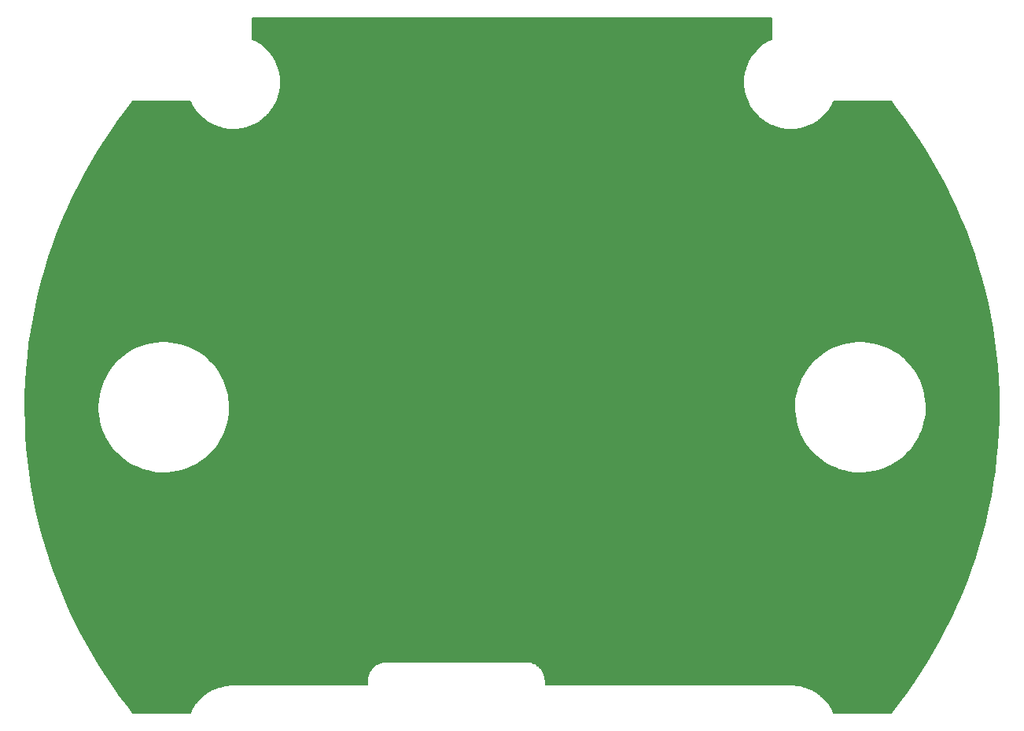
<source format=gbl>
%TF.GenerationSoftware,KiCad,Pcbnew,(5.99.0-2407-g46ade4960)*%
%TF.CreationDate,2020-08-17T15:41:34+03:00*%
%TF.ProjectId,gateway-expansion-a1,67617465-7761-4792-9d65-7870616e7369,rev?*%
%TF.SameCoordinates,Original*%
%TF.FileFunction,Copper,L2,Bot*%
%TF.FilePolarity,Positive*%
%FSLAX46Y46*%
G04 Gerber Fmt 4.6, Leading zero omitted, Abs format (unit mm)*
G04 Created by KiCad (PCBNEW (5.99.0-2407-g46ade4960)) date 2020-08-17 15:41:34*
%MOMM*%
%LPD*%
G01*
G04 APERTURE LIST*
%TA.AperFunction,ViaPad*%
%ADD10C,0.800000*%
%TD*%
%TA.AperFunction,Conductor*%
%ADD11C,0.200000*%
%TD*%
G04 APERTURE END LIST*
D10*
%TO.N,GND*%
X190000000Y-125000000D03*
X190000000Y-75000000D03*
X110000000Y-75000000D03*
X110000000Y-125000000D03*
%TD*%
%TO.N,GND*%
D11*
X177901004Y-60352817D02*
X177706110Y-60441430D01*
X177701656Y-60443734D01*
X177697644Y-60446075D01*
X177614217Y-60488859D01*
X177611942Y-60490101D01*
X177264698Y-60691798D01*
X177260498Y-60694530D01*
X177256728Y-60697263D01*
X177177969Y-60748118D01*
X177175830Y-60749580D01*
X176850331Y-60984768D01*
X176846419Y-60987908D01*
X176842941Y-60991002D01*
X176769624Y-61049427D01*
X176767640Y-61051094D01*
X176467111Y-61317447D01*
X176463530Y-61320960D01*
X176460369Y-61324392D01*
X176393229Y-61389798D01*
X176391421Y-61391654D01*
X176118833Y-61686536D01*
X176115623Y-61690382D01*
X176112812Y-61694118D01*
X176052496Y-61765874D01*
X176050881Y-61767900D01*
X175808927Y-62088401D01*
X175806110Y-62092554D01*
X175803688Y-62096547D01*
X175750802Y-62173930D01*
X175749396Y-62176107D01*
X175540471Y-62519054D01*
X175538081Y-62523464D01*
X175536070Y-62527673D01*
X175491129Y-62609928D01*
X175489946Y-62612235D01*
X175316115Y-62974237D01*
X175314176Y-62978861D01*
X175312600Y-62983226D01*
X175276039Y-63069570D01*
X175275091Y-63071982D01*
X175138074Y-63449459D01*
X175136604Y-63454254D01*
X175135465Y-63458774D01*
X175107668Y-63548296D01*
X175106964Y-63550791D01*
X175008115Y-63940006D01*
X175007129Y-63944920D01*
X175006444Y-63949535D01*
X174987674Y-64041381D01*
X174987222Y-64043933D01*
X174927520Y-64441042D01*
X174927026Y-64446028D01*
X174926802Y-64450694D01*
X174917247Y-64543942D01*
X174917051Y-64546526D01*
X174897084Y-64947602D01*
X174897088Y-64952612D01*
X174897612Y-64962791D01*
X174896610Y-65039463D01*
X174896643Y-65042055D01*
X174909124Y-65359689D01*
X174909573Y-65364679D01*
X174911000Y-65374773D01*
X174916816Y-65451227D01*
X174917081Y-65453806D01*
X174968454Y-65852081D01*
X174969347Y-65857017D01*
X174970408Y-65861554D01*
X174986766Y-65953856D01*
X174987285Y-65956396D01*
X175077960Y-66347595D01*
X175079336Y-66352410D01*
X175080836Y-66356805D01*
X175106290Y-66447054D01*
X175107058Y-66449530D01*
X175236141Y-66829792D01*
X175237992Y-66834454D01*
X175239917Y-66838668D01*
X175274208Y-66925941D01*
X175275219Y-66928327D01*
X175441430Y-67293890D01*
X175443734Y-67298344D01*
X175446075Y-67302356D01*
X175488859Y-67385783D01*
X175490101Y-67388058D01*
X175691797Y-67735303D01*
X175694531Y-67739505D01*
X175697272Y-67743285D01*
X175748118Y-67822031D01*
X175749580Y-67824170D01*
X175984768Y-68149668D01*
X175987907Y-68153580D01*
X175991001Y-68157058D01*
X176049425Y-68230376D01*
X176051093Y-68232360D01*
X176317447Y-68532889D01*
X176320961Y-68536470D01*
X176324388Y-68539627D01*
X176389796Y-68606770D01*
X176391653Y-68608579D01*
X176686535Y-68881166D01*
X176690379Y-68884375D01*
X176694100Y-68887174D01*
X176765873Y-68947505D01*
X176767900Y-68949120D01*
X177088399Y-69191071D01*
X177092545Y-69193883D01*
X177096517Y-69196293D01*
X177173929Y-69249199D01*
X177176106Y-69250604D01*
X177519051Y-69459528D01*
X177523455Y-69461914D01*
X177527667Y-69463928D01*
X177609931Y-69508872D01*
X177612236Y-69510054D01*
X177974237Y-69683885D01*
X177978861Y-69685824D01*
X177983226Y-69687400D01*
X178069570Y-69723961D01*
X178071982Y-69724909D01*
X178449459Y-69861925D01*
X178454251Y-69863395D01*
X178458771Y-69864535D01*
X178548295Y-69892332D01*
X178550790Y-69893036D01*
X178940006Y-69991885D01*
X178944920Y-69992871D01*
X178949535Y-69993556D01*
X179041381Y-70012326D01*
X179043933Y-70012778D01*
X179441042Y-70072480D01*
X179446027Y-70072973D01*
X179450687Y-70073198D01*
X179543942Y-70082753D01*
X179546526Y-70082949D01*
X179947601Y-70102916D01*
X179952611Y-70102912D01*
X179955445Y-70102766D01*
X179971548Y-70102766D01*
X179997495Y-70104093D01*
X180000086Y-70104158D01*
X180014277Y-70104140D01*
X180019281Y-70103880D01*
X180030108Y-70102767D01*
X180064271Y-70102767D01*
X180066862Y-70102699D01*
X180467884Y-70081690D01*
X180472869Y-70081175D01*
X180477450Y-70080466D01*
X180570757Y-70071154D01*
X180573328Y-70070829D01*
X180970282Y-70010095D01*
X180975192Y-70009087D01*
X180979705Y-70007920D01*
X181071600Y-69989393D01*
X181074126Y-69988815D01*
X181463086Y-69888956D01*
X181467874Y-69887464D01*
X181472248Y-69885855D01*
X181561850Y-69858292D01*
X181564306Y-69857465D01*
X181941422Y-69719468D01*
X181946032Y-69717512D01*
X181950245Y-69715467D01*
X182036649Y-69679148D01*
X182039011Y-69678081D01*
X182400561Y-69503310D01*
X182404962Y-69500900D01*
X182408923Y-69498463D01*
X182491309Y-69453734D01*
X182493553Y-69452438D01*
X182835956Y-69242624D01*
X182840092Y-69239792D01*
X182843792Y-69236973D01*
X182921337Y-69184275D01*
X182923442Y-69182763D01*
X183243310Y-68939980D01*
X183247142Y-68936754D01*
X183250553Y-68933574D01*
X183322474Y-68873440D01*
X183324418Y-68871726D01*
X183618592Y-68598374D01*
X183622085Y-68594782D01*
X183625160Y-68591283D01*
X183690755Y-68524301D01*
X183692519Y-68522402D01*
X183958091Y-68221182D01*
X183961214Y-68217256D01*
X183963914Y-68213484D01*
X184022540Y-68140309D01*
X184024107Y-68138244D01*
X184258447Y-67812138D01*
X184261162Y-67807927D01*
X184263490Y-67803878D01*
X184314543Y-67725267D01*
X184315897Y-67723057D01*
X184516690Y-67375292D01*
X184518972Y-67370834D01*
X184520881Y-67366588D01*
X184563886Y-67283269D01*
X184565014Y-67280935D01*
X184647164Y-67099001D01*
X190773324Y-67098998D01*
X191394064Y-67877645D01*
X192220698Y-68972158D01*
X193018462Y-70088026D01*
X193786716Y-71224356D01*
X194524983Y-72380438D01*
X195232722Y-73555432D01*
X195909444Y-74748520D01*
X196554707Y-75958920D01*
X197168105Y-77185878D01*
X197749128Y-78428374D01*
X198297454Y-79685712D01*
X198812663Y-80956938D01*
X199294437Y-82241261D01*
X199742392Y-83537658D01*
X200156312Y-84845509D01*
X200535801Y-86163560D01*
X200880693Y-87491228D01*
X201190689Y-88827374D01*
X201465617Y-90171238D01*
X201705263Y-91521789D01*
X201909480Y-92878197D01*
X202078118Y-94239470D01*
X202211069Y-95604725D01*
X202308232Y-96972926D01*
X202369546Y-98343233D01*
X202395076Y-99720374D01*
X202395822Y-99994370D01*
X202377793Y-101371572D01*
X202323941Y-102742187D01*
X202234230Y-104110925D01*
X202108720Y-105476835D01*
X201947491Y-106839049D01*
X201750673Y-108196474D01*
X201518376Y-109548371D01*
X201250773Y-110893702D01*
X200948049Y-112231548D01*
X200610414Y-113560993D01*
X200238073Y-114881212D01*
X199831312Y-116191198D01*
X199390419Y-117490025D01*
X198915639Y-118776971D01*
X198407366Y-120050973D01*
X197865901Y-121311262D01*
X197291635Y-122556944D01*
X196684952Y-123787177D01*
X196046269Y-125001113D01*
X195376063Y-126197852D01*
X194674732Y-127376683D01*
X193942776Y-128536762D01*
X193180710Y-129677277D01*
X192389036Y-130797469D01*
X191568331Y-131896527D01*
X190776467Y-132901000D01*
X184647181Y-132901000D01*
X184558570Y-132706110D01*
X184556266Y-132701656D01*
X184553925Y-132697644D01*
X184511141Y-132614217D01*
X184509899Y-132611942D01*
X184308202Y-132264698D01*
X184305470Y-132260498D01*
X184302737Y-132256728D01*
X184251882Y-132177969D01*
X184250420Y-132175830D01*
X184015232Y-131850331D01*
X184012092Y-131846419D01*
X184008998Y-131842941D01*
X183950573Y-131769624D01*
X183948906Y-131767640D01*
X183682553Y-131467111D01*
X183679040Y-131463530D01*
X183675608Y-131460369D01*
X183610202Y-131393229D01*
X183608346Y-131391421D01*
X183313464Y-131118833D01*
X183309618Y-131115623D01*
X183305882Y-131112812D01*
X183234126Y-131052496D01*
X183232100Y-131050881D01*
X182911599Y-130808927D01*
X182907446Y-130806110D01*
X182903453Y-130803688D01*
X182826070Y-130750802D01*
X182823893Y-130749396D01*
X182480946Y-130540471D01*
X182476536Y-130538081D01*
X182472327Y-130536070D01*
X182390072Y-130491129D01*
X182387765Y-130489946D01*
X182025763Y-130316115D01*
X182021139Y-130314176D01*
X182016774Y-130312600D01*
X181930430Y-130276039D01*
X181928018Y-130275091D01*
X181550541Y-130138074D01*
X181545746Y-130136604D01*
X181541226Y-130135465D01*
X181451704Y-130107668D01*
X181449209Y-130106964D01*
X181059994Y-130008115D01*
X181055080Y-130007129D01*
X181050465Y-130006444D01*
X180958619Y-129987674D01*
X180956067Y-129987222D01*
X180558958Y-129927520D01*
X180553972Y-129927026D01*
X180549306Y-129926802D01*
X180456058Y-129917247D01*
X180453474Y-129917051D01*
X180052398Y-129897084D01*
X180047386Y-129897088D01*
X179971472Y-129901000D01*
X153599000Y-129901000D01*
X153599000Y-129571157D01*
X153603431Y-129537042D01*
X153603829Y-129529445D01*
X153601133Y-129419168D01*
X153601002Y-129416579D01*
X153588938Y-129259803D01*
X153588301Y-129254832D01*
X153582456Y-129222351D01*
X153580780Y-129188074D01*
X153579827Y-129180528D01*
X153557645Y-129072470D01*
X153557058Y-129069945D01*
X153505154Y-128870680D01*
X153503646Y-128865900D01*
X153487444Y-128822333D01*
X153475559Y-128776044D01*
X153473108Y-128768843D01*
X153429651Y-128667452D01*
X153428568Y-128665098D01*
X153337655Y-128480339D01*
X153335217Y-128475960D01*
X153310586Y-128436543D01*
X153289640Y-128393594D01*
X153285790Y-128387032D01*
X153222834Y-128296451D01*
X153221300Y-128294362D01*
X153095094Y-128131657D01*
X153091825Y-128127857D01*
X153059767Y-128094194D01*
X153030609Y-128056331D01*
X153025519Y-128050677D01*
X152949564Y-127978347D01*
X152948996Y-127977708D01*
X152941681Y-127970977D01*
X152940284Y-127969929D01*
X152787367Y-127838864D01*
X152783401Y-127835799D01*
X152745230Y-127809270D01*
X152709058Y-127778047D01*
X152702936Y-127773533D01*
X152609386Y-127715076D01*
X152607153Y-127713761D01*
X152427055Y-127613932D01*
X152422554Y-127611727D01*
X152379826Y-127593414D01*
X152338117Y-127570103D01*
X152331212Y-127566913D01*
X152305279Y-127557268D01*
X152305741Y-127554420D01*
X152225403Y-127527641D01*
X152224552Y-127527366D01*
X152028875Y-127466045D01*
X152024023Y-127464790D01*
X151978491Y-127455443D01*
X151932940Y-127440994D01*
X151925535Y-127439257D01*
X151816522Y-127422381D01*
X151813951Y-127422052D01*
X151609091Y-127401243D01*
X151604085Y-127400989D01*
X151393371Y-127400988D01*
X151393254Y-127401000D01*
X136571157Y-127401000D01*
X136537042Y-127396569D01*
X136529445Y-127396171D01*
X136419168Y-127398867D01*
X136416579Y-127398998D01*
X136259803Y-127411062D01*
X136254832Y-127411699D01*
X136222351Y-127417544D01*
X136188074Y-127419220D01*
X136180528Y-127420173D01*
X136072470Y-127442355D01*
X136069945Y-127442942D01*
X135870680Y-127494846D01*
X135865900Y-127496354D01*
X135822333Y-127512556D01*
X135776044Y-127524441D01*
X135768843Y-127526892D01*
X135667452Y-127570349D01*
X135665098Y-127571432D01*
X135480339Y-127662345D01*
X135475960Y-127664783D01*
X135436543Y-127689414D01*
X135393594Y-127710360D01*
X135387032Y-127714210D01*
X135296451Y-127777166D01*
X135294362Y-127778700D01*
X135131657Y-127904906D01*
X135127857Y-127908175D01*
X135094194Y-127940233D01*
X135056331Y-127969391D01*
X135050677Y-127974481D01*
X134978350Y-128050433D01*
X134976678Y-128051919D01*
X134973500Y-128055571D01*
X134973261Y-128055829D01*
X134972319Y-128056928D01*
X134968343Y-128061497D01*
X134968133Y-128061811D01*
X134838864Y-128212633D01*
X134835799Y-128216599D01*
X134809270Y-128254770D01*
X134778047Y-128290942D01*
X134773533Y-128297064D01*
X134715076Y-128390614D01*
X134713761Y-128392847D01*
X134613932Y-128572945D01*
X134611727Y-128577446D01*
X134593414Y-128620174D01*
X134570103Y-128661883D01*
X134566913Y-128668788D01*
X134527956Y-128773539D01*
X134527234Y-128775870D01*
X134466045Y-128971125D01*
X134464790Y-128975977D01*
X134455443Y-129021509D01*
X134440994Y-129067060D01*
X134439257Y-129074465D01*
X134422381Y-129183478D01*
X134422052Y-129186049D01*
X134401243Y-129390909D01*
X134400989Y-129395915D01*
X134400988Y-129606616D01*
X134401001Y-129606743D01*
X134401001Y-129901000D01*
X120102090Y-129901000D01*
X120060406Y-129898868D01*
X120053624Y-129897818D01*
X120046040Y-129897234D01*
X120028450Y-129897234D01*
X120002505Y-129895907D01*
X119999914Y-129895842D01*
X119985722Y-129895860D01*
X119980715Y-129896120D01*
X119969900Y-129897233D01*
X119935730Y-129897232D01*
X119933139Y-129897300D01*
X119532116Y-129918310D01*
X119527132Y-129918825D01*
X119522551Y-129919534D01*
X119429243Y-129928846D01*
X119426672Y-129929171D01*
X119029718Y-129989905D01*
X119024808Y-129990913D01*
X119020295Y-129992080D01*
X118928401Y-130010607D01*
X118925875Y-130011185D01*
X118536914Y-130111044D01*
X118532126Y-130112536D01*
X118527752Y-130114145D01*
X118438150Y-130141708D01*
X118435694Y-130142535D01*
X118058576Y-130280532D01*
X118053962Y-130282491D01*
X118049745Y-130284538D01*
X117963351Y-130320852D01*
X117960989Y-130321919D01*
X117599440Y-130496689D01*
X117595039Y-130499099D01*
X117591058Y-130501548D01*
X117508692Y-130546266D01*
X117506447Y-130547562D01*
X117164044Y-130757376D01*
X117159908Y-130760208D01*
X117156208Y-130763027D01*
X117078663Y-130815725D01*
X117076558Y-130817237D01*
X116756690Y-131060020D01*
X116752858Y-131063246D01*
X116749447Y-131066426D01*
X116677526Y-131126560D01*
X116675582Y-131128274D01*
X116381408Y-131401626D01*
X116377914Y-131405219D01*
X116374831Y-131408728D01*
X116309245Y-131475699D01*
X116307480Y-131477598D01*
X116041908Y-131778818D01*
X116038786Y-131782744D01*
X116036086Y-131786516D01*
X115977460Y-131859691D01*
X115975893Y-131861756D01*
X115741552Y-132187863D01*
X115738835Y-132192078D01*
X115736526Y-132196095D01*
X115685457Y-132274733D01*
X115684103Y-132276943D01*
X115483309Y-132624709D01*
X115481027Y-132629168D01*
X115479114Y-132633424D01*
X115436114Y-132716731D01*
X115434986Y-132719064D01*
X115352835Y-132901000D01*
X109226672Y-132901000D01*
X108605971Y-132122404D01*
X107779301Y-131027843D01*
X106981537Y-129911975D01*
X106213277Y-128775636D01*
X105475016Y-127619563D01*
X104767287Y-126444585D01*
X104090555Y-125251480D01*
X103445283Y-124041065D01*
X102831893Y-122814122D01*
X102250864Y-121571612D01*
X101702545Y-120314289D01*
X101187335Y-119043062D01*
X100705565Y-117758750D01*
X100257603Y-116462331D01*
X99843689Y-115154501D01*
X99464194Y-113836431D01*
X99119315Y-112508808D01*
X98809307Y-111172618D01*
X98534382Y-109828763D01*
X98294737Y-108478216D01*
X98090518Y-107121803D01*
X97921879Y-105760525D01*
X97788929Y-104395278D01*
X97691766Y-103027074D01*
X97630452Y-101656766D01*
X97604922Y-100279626D01*
X97604177Y-100005692D01*
X97606742Y-99809698D01*
X105398532Y-99809698D01*
X105401496Y-100092754D01*
X105404075Y-100338982D01*
X105404253Y-100342693D01*
X105449465Y-100870071D01*
X105449922Y-100873758D01*
X105534549Y-101396262D01*
X105535280Y-101399905D01*
X105658845Y-101914592D01*
X105659847Y-101918170D01*
X105821656Y-102422145D01*
X105822924Y-102425637D01*
X106022064Y-102916060D01*
X106023590Y-102919448D01*
X106258941Y-103393559D01*
X106260716Y-103396822D01*
X106530953Y-103851953D01*
X106532968Y-103855074D01*
X106836571Y-104288662D01*
X106838814Y-104291623D01*
X107174070Y-104701227D01*
X107176530Y-104704012D01*
X107541554Y-105087325D01*
X107544215Y-105089917D01*
X107936952Y-105444783D01*
X107939800Y-105447169D01*
X108358040Y-105771588D01*
X108361059Y-105773753D01*
X108802445Y-106065901D01*
X108805618Y-106067834D01*
X109267667Y-106326064D01*
X109270976Y-106327753D01*
X109751085Y-106550613D01*
X109754512Y-106552049D01*
X110249980Y-106738283D01*
X110253504Y-106739459D01*
X110761541Y-106888020D01*
X110765144Y-106888928D01*
X111282890Y-106998979D01*
X111286550Y-106999614D01*
X111811090Y-107070535D01*
X111814788Y-107070895D01*
X112343169Y-107102286D01*
X112346884Y-107102367D01*
X112876132Y-107094053D01*
X112879842Y-107093855D01*
X113406976Y-107045882D01*
X113410661Y-107045407D01*
X113932714Y-106958045D01*
X113936353Y-106957294D01*
X114450386Y-106831036D01*
X114453958Y-106830015D01*
X114957079Y-106665570D01*
X114960564Y-106664284D01*
X115449938Y-106462579D01*
X115453318Y-106461035D01*
X115926190Y-106223205D01*
X115929444Y-106221412D01*
X116383154Y-105948796D01*
X116386265Y-105946764D01*
X116818257Y-105640897D01*
X116821207Y-105638638D01*
X117229048Y-105301242D01*
X117231820Y-105298768D01*
X117613217Y-104931740D01*
X117615796Y-104929066D01*
X117968600Y-104534476D01*
X117970971Y-104531615D01*
X118293196Y-104111684D01*
X118295345Y-104108653D01*
X118585178Y-103665743D01*
X118587094Y-103662560D01*
X118842902Y-103199166D01*
X118844574Y-103195848D01*
X119064917Y-102714578D01*
X119066336Y-102711144D01*
X119249973Y-102214707D01*
X119251130Y-102211177D01*
X119397028Y-101702369D01*
X119397917Y-101698762D01*
X119505256Y-101180447D01*
X119505872Y-101176783D01*
X119574131Y-100651214D01*
X119574525Y-100646175D01*
X119597160Y-99809698D01*
X180398532Y-99809698D01*
X180401496Y-100092754D01*
X180404075Y-100338982D01*
X180404253Y-100342693D01*
X180449465Y-100870071D01*
X180449922Y-100873758D01*
X180534549Y-101396262D01*
X180535280Y-101399905D01*
X180658845Y-101914592D01*
X180659847Y-101918170D01*
X180821656Y-102422145D01*
X180822924Y-102425637D01*
X181022064Y-102916060D01*
X181023590Y-102919448D01*
X181258941Y-103393559D01*
X181260716Y-103396822D01*
X181530953Y-103851953D01*
X181532968Y-103855074D01*
X181836571Y-104288662D01*
X181838814Y-104291623D01*
X182174070Y-104701227D01*
X182176530Y-104704012D01*
X182541554Y-105087325D01*
X182544215Y-105089917D01*
X182936952Y-105444783D01*
X182939800Y-105447169D01*
X183358040Y-105771588D01*
X183361059Y-105773753D01*
X183802445Y-106065901D01*
X183805618Y-106067834D01*
X184267667Y-106326064D01*
X184270976Y-106327753D01*
X184751085Y-106550613D01*
X184754512Y-106552049D01*
X185249980Y-106738283D01*
X185253504Y-106739459D01*
X185761541Y-106888020D01*
X185765144Y-106888928D01*
X186282890Y-106998979D01*
X186286550Y-106999614D01*
X186811090Y-107070535D01*
X186814788Y-107070895D01*
X187343169Y-107102286D01*
X187346884Y-107102367D01*
X187876132Y-107094053D01*
X187879842Y-107093855D01*
X188406976Y-107045882D01*
X188410661Y-107045407D01*
X188932714Y-106958045D01*
X188936353Y-106957294D01*
X189450386Y-106831036D01*
X189453958Y-106830015D01*
X189957079Y-106665570D01*
X189960564Y-106664284D01*
X190449938Y-106462579D01*
X190453318Y-106461035D01*
X190926190Y-106223205D01*
X190929444Y-106221412D01*
X191383154Y-105948796D01*
X191386265Y-105946764D01*
X191818257Y-105640897D01*
X191821207Y-105638638D01*
X192229048Y-105301242D01*
X192231820Y-105298768D01*
X192613217Y-104931740D01*
X192615796Y-104929066D01*
X192968600Y-104534476D01*
X192970971Y-104531615D01*
X193293196Y-104111684D01*
X193295345Y-104108653D01*
X193585178Y-103665743D01*
X193587094Y-103662560D01*
X193842902Y-103199166D01*
X193844574Y-103195848D01*
X194064917Y-102714578D01*
X194066336Y-102711144D01*
X194249973Y-102214707D01*
X194251130Y-102211177D01*
X194397028Y-101702369D01*
X194397917Y-101698762D01*
X194505256Y-101180447D01*
X194505872Y-101176783D01*
X194574131Y-100651214D01*
X194574525Y-100646175D01*
X194599118Y-99737352D01*
X194598997Y-99732299D01*
X194559259Y-99203809D01*
X194558842Y-99200117D01*
X194479691Y-98676755D01*
X194478998Y-98673105D01*
X194360829Y-98157151D01*
X194359864Y-98153564D01*
X194203342Y-97647922D01*
X194202111Y-97644417D01*
X194008117Y-97151936D01*
X194006627Y-97148533D01*
X193776253Y-96671982D01*
X193774512Y-96668700D01*
X193509056Y-96210764D01*
X193507074Y-96207622D01*
X193208030Y-95770879D01*
X193205817Y-95767895D01*
X192874868Y-95354803D01*
X192872438Y-95351993D01*
X192511447Y-94964878D01*
X192508813Y-94962257D01*
X192119814Y-94603299D01*
X192116990Y-94600883D01*
X191702172Y-94272102D01*
X191699176Y-94269905D01*
X191260873Y-93973153D01*
X191257721Y-93971186D01*
X190798401Y-93708131D01*
X190795110Y-93706407D01*
X190317360Y-93478532D01*
X190313949Y-93477060D01*
X189820459Y-93285647D01*
X189816947Y-93284434D01*
X189310493Y-93130562D01*
X189306900Y-93129616D01*
X188790335Y-93014150D01*
X188786681Y-93013476D01*
X188262913Y-92937067D01*
X188259219Y-92936669D01*
X187731196Y-92899746D01*
X187727482Y-92899626D01*
X187198177Y-92902397D01*
X187194465Y-92902556D01*
X186666858Y-92945007D01*
X186663168Y-92945444D01*
X186140228Y-93027333D01*
X186136582Y-93028045D01*
X185621254Y-93148915D01*
X185617671Y-93149898D01*
X185112856Y-93309066D01*
X185109357Y-93310315D01*
X184617899Y-93506885D01*
X184614503Y-93508393D01*
X184139166Y-93741257D01*
X184135893Y-93743016D01*
X183679353Y-94010866D01*
X183676222Y-94012865D01*
X183241050Y-94314192D01*
X183238077Y-94316420D01*
X182826724Y-94649528D01*
X182823926Y-94651972D01*
X182438707Y-95014985D01*
X182436100Y-95017632D01*
X182079184Y-95408507D01*
X182076784Y-95411342D01*
X181750178Y-95827876D01*
X181747997Y-95830884D01*
X181453543Y-96270736D01*
X181451594Y-96273898D01*
X181190947Y-96734588D01*
X181189240Y-96737888D01*
X180963870Y-97216825D01*
X180962415Y-97220243D01*
X180773589Y-97714729D01*
X180772395Y-97718248D01*
X180621176Y-98225500D01*
X180620249Y-98229098D01*
X180507490Y-98746260D01*
X180506835Y-98749917D01*
X180433169Y-99274078D01*
X180432790Y-99277774D01*
X180398632Y-99805984D01*
X180398532Y-99809698D01*
X119597160Y-99809698D01*
X119599118Y-99737352D01*
X119598997Y-99732299D01*
X119559259Y-99203809D01*
X119558842Y-99200117D01*
X119479691Y-98676755D01*
X119478998Y-98673105D01*
X119360829Y-98157151D01*
X119359864Y-98153564D01*
X119203342Y-97647922D01*
X119202111Y-97644417D01*
X119008117Y-97151936D01*
X119006627Y-97148533D01*
X118776253Y-96671982D01*
X118774512Y-96668700D01*
X118509056Y-96210764D01*
X118507074Y-96207622D01*
X118208030Y-95770879D01*
X118205817Y-95767895D01*
X117874868Y-95354803D01*
X117872438Y-95351993D01*
X117511447Y-94964878D01*
X117508813Y-94962257D01*
X117119814Y-94603299D01*
X117116990Y-94600883D01*
X116702172Y-94272102D01*
X116699176Y-94269905D01*
X116260873Y-93973153D01*
X116257721Y-93971186D01*
X115798401Y-93708131D01*
X115795110Y-93706407D01*
X115317360Y-93478532D01*
X115313949Y-93477060D01*
X114820459Y-93285647D01*
X114816947Y-93284434D01*
X114310493Y-93130562D01*
X114306900Y-93129616D01*
X113790335Y-93014150D01*
X113786681Y-93013476D01*
X113262913Y-92937067D01*
X113259219Y-92936669D01*
X112731196Y-92899746D01*
X112727482Y-92899626D01*
X112198177Y-92902397D01*
X112194465Y-92902556D01*
X111666858Y-92945007D01*
X111663168Y-92945444D01*
X111140228Y-93027333D01*
X111136582Y-93028045D01*
X110621254Y-93148915D01*
X110617671Y-93149898D01*
X110112856Y-93309066D01*
X110109357Y-93310315D01*
X109617899Y-93506885D01*
X109614503Y-93508393D01*
X109139166Y-93741257D01*
X109135893Y-93743016D01*
X108679353Y-94010866D01*
X108676222Y-94012865D01*
X108241050Y-94314192D01*
X108238077Y-94316420D01*
X107826724Y-94649528D01*
X107823926Y-94651972D01*
X107438707Y-95014985D01*
X107436100Y-95017632D01*
X107079184Y-95408507D01*
X107076784Y-95411342D01*
X106750178Y-95827876D01*
X106747997Y-95830884D01*
X106453543Y-96270736D01*
X106451594Y-96273898D01*
X106190947Y-96734588D01*
X106189240Y-96737888D01*
X105963870Y-97216825D01*
X105962415Y-97220243D01*
X105773589Y-97714729D01*
X105772395Y-97718248D01*
X105621176Y-98225500D01*
X105620249Y-98229098D01*
X105507490Y-98746260D01*
X105506835Y-98749917D01*
X105433169Y-99274078D01*
X105432790Y-99277774D01*
X105398632Y-99805984D01*
X105398532Y-99809698D01*
X97606742Y-99809698D01*
X97622206Y-98628425D01*
X97676058Y-97257812D01*
X97765769Y-95889077D01*
X97891279Y-94523168D01*
X98052509Y-93160946D01*
X98249325Y-91803531D01*
X98481626Y-90451615D01*
X98749225Y-89106304D01*
X99051948Y-87768459D01*
X99389589Y-86438996D01*
X99761923Y-85118797D01*
X100168692Y-83808790D01*
X100609581Y-82509972D01*
X101084367Y-81223008D01*
X101592644Y-79949001D01*
X102134099Y-78688734D01*
X102708363Y-77443058D01*
X103315047Y-76212823D01*
X103953716Y-74998914D01*
X104623943Y-73802136D01*
X105325279Y-72623299D01*
X106057223Y-71463237D01*
X106819283Y-70322731D01*
X107610950Y-69202549D01*
X108431683Y-68103454D01*
X109223533Y-67098998D01*
X115352819Y-67099001D01*
X115441430Y-67293890D01*
X115443734Y-67298344D01*
X115446075Y-67302356D01*
X115488859Y-67385783D01*
X115490101Y-67388058D01*
X115691797Y-67735303D01*
X115694531Y-67739505D01*
X115697272Y-67743285D01*
X115748118Y-67822031D01*
X115749580Y-67824170D01*
X115984768Y-68149668D01*
X115987907Y-68153580D01*
X115991001Y-68157058D01*
X116049425Y-68230376D01*
X116051093Y-68232360D01*
X116317447Y-68532889D01*
X116320961Y-68536470D01*
X116324388Y-68539627D01*
X116389796Y-68606770D01*
X116391653Y-68608579D01*
X116686535Y-68881166D01*
X116690379Y-68884375D01*
X116694100Y-68887174D01*
X116765873Y-68947505D01*
X116767900Y-68949120D01*
X117088399Y-69191071D01*
X117092545Y-69193883D01*
X117096517Y-69196293D01*
X117173929Y-69249199D01*
X117176106Y-69250604D01*
X117519051Y-69459528D01*
X117523455Y-69461914D01*
X117527667Y-69463928D01*
X117609931Y-69508872D01*
X117612236Y-69510054D01*
X117974237Y-69683885D01*
X117978861Y-69685824D01*
X117983226Y-69687400D01*
X118069570Y-69723961D01*
X118071982Y-69724909D01*
X118449459Y-69861925D01*
X118454251Y-69863395D01*
X118458771Y-69864535D01*
X118548295Y-69892332D01*
X118550790Y-69893036D01*
X118940006Y-69991885D01*
X118944920Y-69992871D01*
X118949535Y-69993556D01*
X119041381Y-70012326D01*
X119043933Y-70012778D01*
X119441042Y-70072480D01*
X119446027Y-70072973D01*
X119450687Y-70073198D01*
X119543942Y-70082753D01*
X119546526Y-70082949D01*
X119947602Y-70102916D01*
X119952612Y-70102912D01*
X119962791Y-70102388D01*
X120039463Y-70103390D01*
X120042055Y-70103357D01*
X120359689Y-70090876D01*
X120364679Y-70090427D01*
X120374773Y-70089000D01*
X120451227Y-70083184D01*
X120453806Y-70082919D01*
X120852081Y-70031546D01*
X120857017Y-70030653D01*
X120861554Y-70029592D01*
X120953856Y-70013234D01*
X120956396Y-70012715D01*
X121347595Y-69922040D01*
X121352410Y-69920664D01*
X121356805Y-69919164D01*
X121447054Y-69893710D01*
X121449530Y-69892942D01*
X121829792Y-69763859D01*
X121834454Y-69762008D01*
X121838668Y-69760083D01*
X121925941Y-69725792D01*
X121928327Y-69724781D01*
X122293890Y-69558570D01*
X122298344Y-69556266D01*
X122302356Y-69553925D01*
X122385783Y-69511141D01*
X122388058Y-69509899D01*
X122735303Y-69308203D01*
X122739505Y-69305469D01*
X122743285Y-69302728D01*
X122822031Y-69251882D01*
X122824170Y-69250420D01*
X123149668Y-69015232D01*
X123153580Y-69012093D01*
X123157058Y-69008999D01*
X123230376Y-68950575D01*
X123232360Y-68948907D01*
X123532889Y-68682553D01*
X123536470Y-68679039D01*
X123539627Y-68675612D01*
X123606770Y-68610204D01*
X123608579Y-68608347D01*
X123881166Y-68313465D01*
X123884375Y-68309621D01*
X123887174Y-68305900D01*
X123947505Y-68234127D01*
X123949120Y-68232100D01*
X124191071Y-67911601D01*
X124193883Y-67907455D01*
X124196293Y-67903483D01*
X124249199Y-67826071D01*
X124250604Y-67823894D01*
X124459528Y-67480949D01*
X124461914Y-67476545D01*
X124463928Y-67472333D01*
X124508872Y-67390069D01*
X124510054Y-67387764D01*
X124683885Y-67025763D01*
X124685824Y-67021139D01*
X124687400Y-67016774D01*
X124723961Y-66930430D01*
X124724909Y-66928018D01*
X124861925Y-66550541D01*
X124863395Y-66545749D01*
X124864535Y-66541229D01*
X124892332Y-66451705D01*
X124893036Y-66449210D01*
X124991885Y-66059994D01*
X124992871Y-66055080D01*
X124993556Y-66050465D01*
X125012326Y-65958619D01*
X125012778Y-65956067D01*
X125072480Y-65558958D01*
X125072973Y-65553973D01*
X125073198Y-65549313D01*
X125082753Y-65456058D01*
X125082949Y-65453474D01*
X125102916Y-65052399D01*
X125102912Y-65047389D01*
X125102766Y-65044555D01*
X125102766Y-65028450D01*
X125104093Y-65002505D01*
X125104158Y-64999914D01*
X125104140Y-64985722D01*
X125103880Y-64980715D01*
X125102767Y-64969900D01*
X125102768Y-64935730D01*
X125102700Y-64933139D01*
X125081690Y-64532116D01*
X125081175Y-64527132D01*
X125080466Y-64522551D01*
X125071154Y-64429243D01*
X125070829Y-64426672D01*
X125010095Y-64029718D01*
X125009087Y-64024808D01*
X125007920Y-64020295D01*
X124989393Y-63928401D01*
X124988815Y-63925875D01*
X124888956Y-63536914D01*
X124887464Y-63532126D01*
X124885855Y-63527752D01*
X124858292Y-63438150D01*
X124857465Y-63435694D01*
X124719468Y-63058576D01*
X124717509Y-63053962D01*
X124715462Y-63049745D01*
X124679148Y-62963351D01*
X124678081Y-62960989D01*
X124503311Y-62599440D01*
X124500901Y-62595039D01*
X124498452Y-62591058D01*
X124453734Y-62508692D01*
X124452438Y-62506447D01*
X124242624Y-62164044D01*
X124239792Y-62159908D01*
X124236973Y-62156208D01*
X124184275Y-62078663D01*
X124182763Y-62076558D01*
X123939980Y-61756690D01*
X123936754Y-61752858D01*
X123933574Y-61749447D01*
X123873440Y-61677526D01*
X123871726Y-61675582D01*
X123598374Y-61381408D01*
X123594781Y-61377914D01*
X123591272Y-61374831D01*
X123524301Y-61309245D01*
X123522402Y-61307480D01*
X123221182Y-61041908D01*
X123217256Y-61038786D01*
X123213484Y-61036086D01*
X123140309Y-60977460D01*
X123138244Y-60975893D01*
X122812137Y-60741552D01*
X122807922Y-60738835D01*
X122803905Y-60736526D01*
X122725267Y-60685457D01*
X122723057Y-60684103D01*
X122375291Y-60483309D01*
X122370832Y-60481027D01*
X122366576Y-60479114D01*
X122283269Y-60436114D01*
X122280936Y-60434986D01*
X122099000Y-60352835D01*
X122099000Y-58099000D01*
X177901002Y-58099000D01*
X177901004Y-60352817D01*
%TA.AperFunction,Conductor*%
G36*
X177901004Y-60352817D02*
G01*
X177706110Y-60441430D01*
X177701656Y-60443734D01*
X177697644Y-60446075D01*
X177614217Y-60488859D01*
X177611942Y-60490101D01*
X177264698Y-60691798D01*
X177260498Y-60694530D01*
X177256728Y-60697263D01*
X177177969Y-60748118D01*
X177175830Y-60749580D01*
X176850331Y-60984768D01*
X176846419Y-60987908D01*
X176842941Y-60991002D01*
X176769624Y-61049427D01*
X176767640Y-61051094D01*
X176467111Y-61317447D01*
X176463530Y-61320960D01*
X176460369Y-61324392D01*
X176393229Y-61389798D01*
X176391421Y-61391654D01*
X176118833Y-61686536D01*
X176115623Y-61690382D01*
X176112812Y-61694118D01*
X176052496Y-61765874D01*
X176050881Y-61767900D01*
X175808927Y-62088401D01*
X175806110Y-62092554D01*
X175803688Y-62096547D01*
X175750802Y-62173930D01*
X175749396Y-62176107D01*
X175540471Y-62519054D01*
X175538081Y-62523464D01*
X175536070Y-62527673D01*
X175491129Y-62609928D01*
X175489946Y-62612235D01*
X175316115Y-62974237D01*
X175314176Y-62978861D01*
X175312600Y-62983226D01*
X175276039Y-63069570D01*
X175275091Y-63071982D01*
X175138074Y-63449459D01*
X175136604Y-63454254D01*
X175135465Y-63458774D01*
X175107668Y-63548296D01*
X175106964Y-63550791D01*
X175008115Y-63940006D01*
X175007129Y-63944920D01*
X175006444Y-63949535D01*
X174987674Y-64041381D01*
X174987222Y-64043933D01*
X174927520Y-64441042D01*
X174927026Y-64446028D01*
X174926802Y-64450694D01*
X174917247Y-64543942D01*
X174917051Y-64546526D01*
X174897084Y-64947602D01*
X174897088Y-64952612D01*
X174897612Y-64962791D01*
X174896610Y-65039463D01*
X174896643Y-65042055D01*
X174909124Y-65359689D01*
X174909573Y-65364679D01*
X174911000Y-65374773D01*
X174916816Y-65451227D01*
X174917081Y-65453806D01*
X174968454Y-65852081D01*
X174969347Y-65857017D01*
X174970408Y-65861554D01*
X174986766Y-65953856D01*
X174987285Y-65956396D01*
X175077960Y-66347595D01*
X175079336Y-66352410D01*
X175080836Y-66356805D01*
X175106290Y-66447054D01*
X175107058Y-66449530D01*
X175236141Y-66829792D01*
X175237992Y-66834454D01*
X175239917Y-66838668D01*
X175274208Y-66925941D01*
X175275219Y-66928327D01*
X175441430Y-67293890D01*
X175443734Y-67298344D01*
X175446075Y-67302356D01*
X175488859Y-67385783D01*
X175490101Y-67388058D01*
X175691797Y-67735303D01*
X175694531Y-67739505D01*
X175697272Y-67743285D01*
X175748118Y-67822031D01*
X175749580Y-67824170D01*
X175984768Y-68149668D01*
X175987907Y-68153580D01*
X175991001Y-68157058D01*
X176049425Y-68230376D01*
X176051093Y-68232360D01*
X176317447Y-68532889D01*
X176320961Y-68536470D01*
X176324388Y-68539627D01*
X176389796Y-68606770D01*
X176391653Y-68608579D01*
X176686535Y-68881166D01*
X176690379Y-68884375D01*
X176694100Y-68887174D01*
X176765873Y-68947505D01*
X176767900Y-68949120D01*
X177088399Y-69191071D01*
X177092545Y-69193883D01*
X177096517Y-69196293D01*
X177173929Y-69249199D01*
X177176106Y-69250604D01*
X177519051Y-69459528D01*
X177523455Y-69461914D01*
X177527667Y-69463928D01*
X177609931Y-69508872D01*
X177612236Y-69510054D01*
X177974237Y-69683885D01*
X177978861Y-69685824D01*
X177983226Y-69687400D01*
X178069570Y-69723961D01*
X178071982Y-69724909D01*
X178449459Y-69861925D01*
X178454251Y-69863395D01*
X178458771Y-69864535D01*
X178548295Y-69892332D01*
X178550790Y-69893036D01*
X178940006Y-69991885D01*
X178944920Y-69992871D01*
X178949535Y-69993556D01*
X179041381Y-70012326D01*
X179043933Y-70012778D01*
X179441042Y-70072480D01*
X179446027Y-70072973D01*
X179450687Y-70073198D01*
X179543942Y-70082753D01*
X179546526Y-70082949D01*
X179947601Y-70102916D01*
X179952611Y-70102912D01*
X179955445Y-70102766D01*
X179971548Y-70102766D01*
X179997495Y-70104093D01*
X180000086Y-70104158D01*
X180014277Y-70104140D01*
X180019281Y-70103880D01*
X180030108Y-70102767D01*
X180064271Y-70102767D01*
X180066862Y-70102699D01*
X180467884Y-70081690D01*
X180472869Y-70081175D01*
X180477450Y-70080466D01*
X180570757Y-70071154D01*
X180573328Y-70070829D01*
X180970282Y-70010095D01*
X180975192Y-70009087D01*
X180979705Y-70007920D01*
X181071600Y-69989393D01*
X181074126Y-69988815D01*
X181463086Y-69888956D01*
X181467874Y-69887464D01*
X181472248Y-69885855D01*
X181561850Y-69858292D01*
X181564306Y-69857465D01*
X181941422Y-69719468D01*
X181946032Y-69717512D01*
X181950245Y-69715467D01*
X182036649Y-69679148D01*
X182039011Y-69678081D01*
X182400561Y-69503310D01*
X182404962Y-69500900D01*
X182408923Y-69498463D01*
X182491309Y-69453734D01*
X182493553Y-69452438D01*
X182835956Y-69242624D01*
X182840092Y-69239792D01*
X182843792Y-69236973D01*
X182921337Y-69184275D01*
X182923442Y-69182763D01*
X183243310Y-68939980D01*
X183247142Y-68936754D01*
X183250553Y-68933574D01*
X183322474Y-68873440D01*
X183324418Y-68871726D01*
X183618592Y-68598374D01*
X183622085Y-68594782D01*
X183625160Y-68591283D01*
X183690755Y-68524301D01*
X183692519Y-68522402D01*
X183958091Y-68221182D01*
X183961214Y-68217256D01*
X183963914Y-68213484D01*
X184022540Y-68140309D01*
X184024107Y-68138244D01*
X184258447Y-67812138D01*
X184261162Y-67807927D01*
X184263490Y-67803878D01*
X184314543Y-67725267D01*
X184315897Y-67723057D01*
X184516690Y-67375292D01*
X184518972Y-67370834D01*
X184520881Y-67366588D01*
X184563886Y-67283269D01*
X184565014Y-67280935D01*
X184647164Y-67099001D01*
X190773324Y-67098998D01*
X191394064Y-67877645D01*
X192220698Y-68972158D01*
X193018462Y-70088026D01*
X193786716Y-71224356D01*
X194524983Y-72380438D01*
X195232722Y-73555432D01*
X195909444Y-74748520D01*
X196554707Y-75958920D01*
X197168105Y-77185878D01*
X197749128Y-78428374D01*
X198297454Y-79685712D01*
X198812663Y-80956938D01*
X199294437Y-82241261D01*
X199742392Y-83537658D01*
X200156312Y-84845509D01*
X200535801Y-86163560D01*
X200880693Y-87491228D01*
X201190689Y-88827374D01*
X201465617Y-90171238D01*
X201705263Y-91521789D01*
X201909480Y-92878197D01*
X202078118Y-94239470D01*
X202211069Y-95604725D01*
X202308232Y-96972926D01*
X202369546Y-98343233D01*
X202395076Y-99720374D01*
X202395822Y-99994370D01*
X202377793Y-101371572D01*
X202323941Y-102742187D01*
X202234230Y-104110925D01*
X202108720Y-105476835D01*
X201947491Y-106839049D01*
X201750673Y-108196474D01*
X201518376Y-109548371D01*
X201250773Y-110893702D01*
X200948049Y-112231548D01*
X200610414Y-113560993D01*
X200238073Y-114881212D01*
X199831312Y-116191198D01*
X199390419Y-117490025D01*
X198915639Y-118776971D01*
X198407366Y-120050973D01*
X197865901Y-121311262D01*
X197291635Y-122556944D01*
X196684952Y-123787177D01*
X196046269Y-125001113D01*
X195376063Y-126197852D01*
X194674732Y-127376683D01*
X193942776Y-128536762D01*
X193180710Y-129677277D01*
X192389036Y-130797469D01*
X191568331Y-131896527D01*
X190776467Y-132901000D01*
X184647181Y-132901000D01*
X184558570Y-132706110D01*
X184556266Y-132701656D01*
X184553925Y-132697644D01*
X184511141Y-132614217D01*
X184509899Y-132611942D01*
X184308202Y-132264698D01*
X184305470Y-132260498D01*
X184302737Y-132256728D01*
X184251882Y-132177969D01*
X184250420Y-132175830D01*
X184015232Y-131850331D01*
X184012092Y-131846419D01*
X184008998Y-131842941D01*
X183950573Y-131769624D01*
X183948906Y-131767640D01*
X183682553Y-131467111D01*
X183679040Y-131463530D01*
X183675608Y-131460369D01*
X183610202Y-131393229D01*
X183608346Y-131391421D01*
X183313464Y-131118833D01*
X183309618Y-131115623D01*
X183305882Y-131112812D01*
X183234126Y-131052496D01*
X183232100Y-131050881D01*
X182911599Y-130808927D01*
X182907446Y-130806110D01*
X182903453Y-130803688D01*
X182826070Y-130750802D01*
X182823893Y-130749396D01*
X182480946Y-130540471D01*
X182476536Y-130538081D01*
X182472327Y-130536070D01*
X182390072Y-130491129D01*
X182387765Y-130489946D01*
X182025763Y-130316115D01*
X182021139Y-130314176D01*
X182016774Y-130312600D01*
X181930430Y-130276039D01*
X181928018Y-130275091D01*
X181550541Y-130138074D01*
X181545746Y-130136604D01*
X181541226Y-130135465D01*
X181451704Y-130107668D01*
X181449209Y-130106964D01*
X181059994Y-130008115D01*
X181055080Y-130007129D01*
X181050465Y-130006444D01*
X180958619Y-129987674D01*
X180956067Y-129987222D01*
X180558958Y-129927520D01*
X180553972Y-129927026D01*
X180549306Y-129926802D01*
X180456058Y-129917247D01*
X180453474Y-129917051D01*
X180052398Y-129897084D01*
X180047386Y-129897088D01*
X179971472Y-129901000D01*
X153599000Y-129901000D01*
X153599000Y-129571157D01*
X153603431Y-129537042D01*
X153603829Y-129529445D01*
X153601133Y-129419168D01*
X153601002Y-129416579D01*
X153588938Y-129259803D01*
X153588301Y-129254832D01*
X153582456Y-129222351D01*
X153580780Y-129188074D01*
X153579827Y-129180528D01*
X153557645Y-129072470D01*
X153557058Y-129069945D01*
X153505154Y-128870680D01*
X153503646Y-128865900D01*
X153487444Y-128822333D01*
X153475559Y-128776044D01*
X153473108Y-128768843D01*
X153429651Y-128667452D01*
X153428568Y-128665098D01*
X153337655Y-128480339D01*
X153335217Y-128475960D01*
X153310586Y-128436543D01*
X153289640Y-128393594D01*
X153285790Y-128387032D01*
X153222834Y-128296451D01*
X153221300Y-128294362D01*
X153095094Y-128131657D01*
X153091825Y-128127857D01*
X153059767Y-128094194D01*
X153030609Y-128056331D01*
X153025519Y-128050677D01*
X152949564Y-127978347D01*
X152948996Y-127977708D01*
X152941681Y-127970977D01*
X152940284Y-127969929D01*
X152787367Y-127838864D01*
X152783401Y-127835799D01*
X152745230Y-127809270D01*
X152709058Y-127778047D01*
X152702936Y-127773533D01*
X152609386Y-127715076D01*
X152607153Y-127713761D01*
X152427055Y-127613932D01*
X152422554Y-127611727D01*
X152379826Y-127593414D01*
X152338117Y-127570103D01*
X152331212Y-127566913D01*
X152305279Y-127557268D01*
X152305741Y-127554420D01*
X152225403Y-127527641D01*
X152224552Y-127527366D01*
X152028875Y-127466045D01*
X152024023Y-127464790D01*
X151978491Y-127455443D01*
X151932940Y-127440994D01*
X151925535Y-127439257D01*
X151816522Y-127422381D01*
X151813951Y-127422052D01*
X151609091Y-127401243D01*
X151604085Y-127400989D01*
X151393371Y-127400988D01*
X151393254Y-127401000D01*
X136571157Y-127401000D01*
X136537042Y-127396569D01*
X136529445Y-127396171D01*
X136419168Y-127398867D01*
X136416579Y-127398998D01*
X136259803Y-127411062D01*
X136254832Y-127411699D01*
X136222351Y-127417544D01*
X136188074Y-127419220D01*
X136180528Y-127420173D01*
X136072470Y-127442355D01*
X136069945Y-127442942D01*
X135870680Y-127494846D01*
X135865900Y-127496354D01*
X135822333Y-127512556D01*
X135776044Y-127524441D01*
X135768843Y-127526892D01*
X135667452Y-127570349D01*
X135665098Y-127571432D01*
X135480339Y-127662345D01*
X135475960Y-127664783D01*
X135436543Y-127689414D01*
X135393594Y-127710360D01*
X135387032Y-127714210D01*
X135296451Y-127777166D01*
X135294362Y-127778700D01*
X135131657Y-127904906D01*
X135127857Y-127908175D01*
X135094194Y-127940233D01*
X135056331Y-127969391D01*
X135050677Y-127974481D01*
X134978350Y-128050433D01*
X134976678Y-128051919D01*
X134973500Y-128055571D01*
X134973261Y-128055829D01*
X134972319Y-128056928D01*
X134968343Y-128061497D01*
X134968133Y-128061811D01*
X134838864Y-128212633D01*
X134835799Y-128216599D01*
X134809270Y-128254770D01*
X134778047Y-128290942D01*
X134773533Y-128297064D01*
X134715076Y-128390614D01*
X134713761Y-128392847D01*
X134613932Y-128572945D01*
X134611727Y-128577446D01*
X134593414Y-128620174D01*
X134570103Y-128661883D01*
X134566913Y-128668788D01*
X134527956Y-128773539D01*
X134527234Y-128775870D01*
X134466045Y-128971125D01*
X134464790Y-128975977D01*
X134455443Y-129021509D01*
X134440994Y-129067060D01*
X134439257Y-129074465D01*
X134422381Y-129183478D01*
X134422052Y-129186049D01*
X134401243Y-129390909D01*
X134400989Y-129395915D01*
X134400988Y-129606616D01*
X134401001Y-129606743D01*
X134401001Y-129901000D01*
X120102090Y-129901000D01*
X120060406Y-129898868D01*
X120053624Y-129897818D01*
X120046040Y-129897234D01*
X120028450Y-129897234D01*
X120002505Y-129895907D01*
X119999914Y-129895842D01*
X119985722Y-129895860D01*
X119980715Y-129896120D01*
X119969900Y-129897233D01*
X119935730Y-129897232D01*
X119933139Y-129897300D01*
X119532116Y-129918310D01*
X119527132Y-129918825D01*
X119522551Y-129919534D01*
X119429243Y-129928846D01*
X119426672Y-129929171D01*
X119029718Y-129989905D01*
X119024808Y-129990913D01*
X119020295Y-129992080D01*
X118928401Y-130010607D01*
X118925875Y-130011185D01*
X118536914Y-130111044D01*
X118532126Y-130112536D01*
X118527752Y-130114145D01*
X118438150Y-130141708D01*
X118435694Y-130142535D01*
X118058576Y-130280532D01*
X118053962Y-130282491D01*
X118049745Y-130284538D01*
X117963351Y-130320852D01*
X117960989Y-130321919D01*
X117599440Y-130496689D01*
X117595039Y-130499099D01*
X117591058Y-130501548D01*
X117508692Y-130546266D01*
X117506447Y-130547562D01*
X117164044Y-130757376D01*
X117159908Y-130760208D01*
X117156208Y-130763027D01*
X117078663Y-130815725D01*
X117076558Y-130817237D01*
X116756690Y-131060020D01*
X116752858Y-131063246D01*
X116749447Y-131066426D01*
X116677526Y-131126560D01*
X116675582Y-131128274D01*
X116381408Y-131401626D01*
X116377914Y-131405219D01*
X116374831Y-131408728D01*
X116309245Y-131475699D01*
X116307480Y-131477598D01*
X116041908Y-131778818D01*
X116038786Y-131782744D01*
X116036086Y-131786516D01*
X115977460Y-131859691D01*
X115975893Y-131861756D01*
X115741552Y-132187863D01*
X115738835Y-132192078D01*
X115736526Y-132196095D01*
X115685457Y-132274733D01*
X115684103Y-132276943D01*
X115483309Y-132624709D01*
X115481027Y-132629168D01*
X115479114Y-132633424D01*
X115436114Y-132716731D01*
X115434986Y-132719064D01*
X115352835Y-132901000D01*
X109226672Y-132901000D01*
X108605971Y-132122404D01*
X107779301Y-131027843D01*
X106981537Y-129911975D01*
X106213277Y-128775636D01*
X105475016Y-127619563D01*
X104767287Y-126444585D01*
X104090555Y-125251480D01*
X103445283Y-124041065D01*
X102831893Y-122814122D01*
X102250864Y-121571612D01*
X101702545Y-120314289D01*
X101187335Y-119043062D01*
X100705565Y-117758750D01*
X100257603Y-116462331D01*
X99843689Y-115154501D01*
X99464194Y-113836431D01*
X99119315Y-112508808D01*
X98809307Y-111172618D01*
X98534382Y-109828763D01*
X98294737Y-108478216D01*
X98090518Y-107121803D01*
X97921879Y-105760525D01*
X97788929Y-104395278D01*
X97691766Y-103027074D01*
X97630452Y-101656766D01*
X97604922Y-100279626D01*
X97604177Y-100005692D01*
X97606742Y-99809698D01*
X105398532Y-99809698D01*
X105401496Y-100092754D01*
X105404075Y-100338982D01*
X105404253Y-100342693D01*
X105449465Y-100870071D01*
X105449922Y-100873758D01*
X105534549Y-101396262D01*
X105535280Y-101399905D01*
X105658845Y-101914592D01*
X105659847Y-101918170D01*
X105821656Y-102422145D01*
X105822924Y-102425637D01*
X106022064Y-102916060D01*
X106023590Y-102919448D01*
X106258941Y-103393559D01*
X106260716Y-103396822D01*
X106530953Y-103851953D01*
X106532968Y-103855074D01*
X106836571Y-104288662D01*
X106838814Y-104291623D01*
X107174070Y-104701227D01*
X107176530Y-104704012D01*
X107541554Y-105087325D01*
X107544215Y-105089917D01*
X107936952Y-105444783D01*
X107939800Y-105447169D01*
X108358040Y-105771588D01*
X108361059Y-105773753D01*
X108802445Y-106065901D01*
X108805618Y-106067834D01*
X109267667Y-106326064D01*
X109270976Y-106327753D01*
X109751085Y-106550613D01*
X109754512Y-106552049D01*
X110249980Y-106738283D01*
X110253504Y-106739459D01*
X110761541Y-106888020D01*
X110765144Y-106888928D01*
X111282890Y-106998979D01*
X111286550Y-106999614D01*
X111811090Y-107070535D01*
X111814788Y-107070895D01*
X112343169Y-107102286D01*
X112346884Y-107102367D01*
X112876132Y-107094053D01*
X112879842Y-107093855D01*
X113406976Y-107045882D01*
X113410661Y-107045407D01*
X113932714Y-106958045D01*
X113936353Y-106957294D01*
X114450386Y-106831036D01*
X114453958Y-106830015D01*
X114957079Y-106665570D01*
X114960564Y-106664284D01*
X115449938Y-106462579D01*
X115453318Y-106461035D01*
X115926190Y-106223205D01*
X115929444Y-106221412D01*
X116383154Y-105948796D01*
X116386265Y-105946764D01*
X116818257Y-105640897D01*
X116821207Y-105638638D01*
X117229048Y-105301242D01*
X117231820Y-105298768D01*
X117613217Y-104931740D01*
X117615796Y-104929066D01*
X117968600Y-104534476D01*
X117970971Y-104531615D01*
X118293196Y-104111684D01*
X118295345Y-104108653D01*
X118585178Y-103665743D01*
X118587094Y-103662560D01*
X118842902Y-103199166D01*
X118844574Y-103195848D01*
X119064917Y-102714578D01*
X119066336Y-102711144D01*
X119249973Y-102214707D01*
X119251130Y-102211177D01*
X119397028Y-101702369D01*
X119397917Y-101698762D01*
X119505256Y-101180447D01*
X119505872Y-101176783D01*
X119574131Y-100651214D01*
X119574525Y-100646175D01*
X119597160Y-99809698D01*
X180398532Y-99809698D01*
X180401496Y-100092754D01*
X180404075Y-100338982D01*
X180404253Y-100342693D01*
X180449465Y-100870071D01*
X180449922Y-100873758D01*
X180534549Y-101396262D01*
X180535280Y-101399905D01*
X180658845Y-101914592D01*
X180659847Y-101918170D01*
X180821656Y-102422145D01*
X180822924Y-102425637D01*
X181022064Y-102916060D01*
X181023590Y-102919448D01*
X181258941Y-103393559D01*
X181260716Y-103396822D01*
X181530953Y-103851953D01*
X181532968Y-103855074D01*
X181836571Y-104288662D01*
X181838814Y-104291623D01*
X182174070Y-104701227D01*
X182176530Y-104704012D01*
X182541554Y-105087325D01*
X182544215Y-105089917D01*
X182936952Y-105444783D01*
X182939800Y-105447169D01*
X183358040Y-105771588D01*
X183361059Y-105773753D01*
X183802445Y-106065901D01*
X183805618Y-106067834D01*
X184267667Y-106326064D01*
X184270976Y-106327753D01*
X184751085Y-106550613D01*
X184754512Y-106552049D01*
X185249980Y-106738283D01*
X185253504Y-106739459D01*
X185761541Y-106888020D01*
X185765144Y-106888928D01*
X186282890Y-106998979D01*
X186286550Y-106999614D01*
X186811090Y-107070535D01*
X186814788Y-107070895D01*
X187343169Y-107102286D01*
X187346884Y-107102367D01*
X187876132Y-107094053D01*
X187879842Y-107093855D01*
X188406976Y-107045882D01*
X188410661Y-107045407D01*
X188932714Y-106958045D01*
X188936353Y-106957294D01*
X189450386Y-106831036D01*
X189453958Y-106830015D01*
X189957079Y-106665570D01*
X189960564Y-106664284D01*
X190449938Y-106462579D01*
X190453318Y-106461035D01*
X190926190Y-106223205D01*
X190929444Y-106221412D01*
X191383154Y-105948796D01*
X191386265Y-105946764D01*
X191818257Y-105640897D01*
X191821207Y-105638638D01*
X192229048Y-105301242D01*
X192231820Y-105298768D01*
X192613217Y-104931740D01*
X192615796Y-104929066D01*
X192968600Y-104534476D01*
X192970971Y-104531615D01*
X193293196Y-104111684D01*
X193295345Y-104108653D01*
X193585178Y-103665743D01*
X193587094Y-103662560D01*
X193842902Y-103199166D01*
X193844574Y-103195848D01*
X194064917Y-102714578D01*
X194066336Y-102711144D01*
X194249973Y-102214707D01*
X194251130Y-102211177D01*
X194397028Y-101702369D01*
X194397917Y-101698762D01*
X194505256Y-101180447D01*
X194505872Y-101176783D01*
X194574131Y-100651214D01*
X194574525Y-100646175D01*
X194599118Y-99737352D01*
X194598997Y-99732299D01*
X194559259Y-99203809D01*
X194558842Y-99200117D01*
X194479691Y-98676755D01*
X194478998Y-98673105D01*
X194360829Y-98157151D01*
X194359864Y-98153564D01*
X194203342Y-97647922D01*
X194202111Y-97644417D01*
X194008117Y-97151936D01*
X194006627Y-97148533D01*
X193776253Y-96671982D01*
X193774512Y-96668700D01*
X193509056Y-96210764D01*
X193507074Y-96207622D01*
X193208030Y-95770879D01*
X193205817Y-95767895D01*
X192874868Y-95354803D01*
X192872438Y-95351993D01*
X192511447Y-94964878D01*
X192508813Y-94962257D01*
X192119814Y-94603299D01*
X192116990Y-94600883D01*
X191702172Y-94272102D01*
X191699176Y-94269905D01*
X191260873Y-93973153D01*
X191257721Y-93971186D01*
X190798401Y-93708131D01*
X190795110Y-93706407D01*
X190317360Y-93478532D01*
X190313949Y-93477060D01*
X189820459Y-93285647D01*
X189816947Y-93284434D01*
X189310493Y-93130562D01*
X189306900Y-93129616D01*
X188790335Y-93014150D01*
X188786681Y-93013476D01*
X188262913Y-92937067D01*
X188259219Y-92936669D01*
X187731196Y-92899746D01*
X187727482Y-92899626D01*
X187198177Y-92902397D01*
X187194465Y-92902556D01*
X186666858Y-92945007D01*
X186663168Y-92945444D01*
X186140228Y-93027333D01*
X186136582Y-93028045D01*
X185621254Y-93148915D01*
X185617671Y-93149898D01*
X185112856Y-93309066D01*
X185109357Y-93310315D01*
X184617899Y-93506885D01*
X184614503Y-93508393D01*
X184139166Y-93741257D01*
X184135893Y-93743016D01*
X183679353Y-94010866D01*
X183676222Y-94012865D01*
X183241050Y-94314192D01*
X183238077Y-94316420D01*
X182826724Y-94649528D01*
X182823926Y-94651972D01*
X182438707Y-95014985D01*
X182436100Y-95017632D01*
X182079184Y-95408507D01*
X182076784Y-95411342D01*
X181750178Y-95827876D01*
X181747997Y-95830884D01*
X181453543Y-96270736D01*
X181451594Y-96273898D01*
X181190947Y-96734588D01*
X181189240Y-96737888D01*
X180963870Y-97216825D01*
X180962415Y-97220243D01*
X180773589Y-97714729D01*
X180772395Y-97718248D01*
X180621176Y-98225500D01*
X180620249Y-98229098D01*
X180507490Y-98746260D01*
X180506835Y-98749917D01*
X180433169Y-99274078D01*
X180432790Y-99277774D01*
X180398632Y-99805984D01*
X180398532Y-99809698D01*
X119597160Y-99809698D01*
X119599118Y-99737352D01*
X119598997Y-99732299D01*
X119559259Y-99203809D01*
X119558842Y-99200117D01*
X119479691Y-98676755D01*
X119478998Y-98673105D01*
X119360829Y-98157151D01*
X119359864Y-98153564D01*
X119203342Y-97647922D01*
X119202111Y-97644417D01*
X119008117Y-97151936D01*
X119006627Y-97148533D01*
X118776253Y-96671982D01*
X118774512Y-96668700D01*
X118509056Y-96210764D01*
X118507074Y-96207622D01*
X118208030Y-95770879D01*
X118205817Y-95767895D01*
X117874868Y-95354803D01*
X117872438Y-95351993D01*
X117511447Y-94964878D01*
X117508813Y-94962257D01*
X117119814Y-94603299D01*
X117116990Y-94600883D01*
X116702172Y-94272102D01*
X116699176Y-94269905D01*
X116260873Y-93973153D01*
X116257721Y-93971186D01*
X115798401Y-93708131D01*
X115795110Y-93706407D01*
X115317360Y-93478532D01*
X115313949Y-93477060D01*
X114820459Y-93285647D01*
X114816947Y-93284434D01*
X114310493Y-93130562D01*
X114306900Y-93129616D01*
X113790335Y-93014150D01*
X113786681Y-93013476D01*
X113262913Y-92937067D01*
X113259219Y-92936669D01*
X112731196Y-92899746D01*
X112727482Y-92899626D01*
X112198177Y-92902397D01*
X112194465Y-92902556D01*
X111666858Y-92945007D01*
X111663168Y-92945444D01*
X111140228Y-93027333D01*
X111136582Y-93028045D01*
X110621254Y-93148915D01*
X110617671Y-93149898D01*
X110112856Y-93309066D01*
X110109357Y-93310315D01*
X109617899Y-93506885D01*
X109614503Y-93508393D01*
X109139166Y-93741257D01*
X109135893Y-93743016D01*
X108679353Y-94010866D01*
X108676222Y-94012865D01*
X108241050Y-94314192D01*
X108238077Y-94316420D01*
X107826724Y-94649528D01*
X107823926Y-94651972D01*
X107438707Y-95014985D01*
X107436100Y-95017632D01*
X107079184Y-95408507D01*
X107076784Y-95411342D01*
X106750178Y-95827876D01*
X106747997Y-95830884D01*
X106453543Y-96270736D01*
X106451594Y-96273898D01*
X106190947Y-96734588D01*
X106189240Y-96737888D01*
X105963870Y-97216825D01*
X105962415Y-97220243D01*
X105773589Y-97714729D01*
X105772395Y-97718248D01*
X105621176Y-98225500D01*
X105620249Y-98229098D01*
X105507490Y-98746260D01*
X105506835Y-98749917D01*
X105433169Y-99274078D01*
X105432790Y-99277774D01*
X105398632Y-99805984D01*
X105398532Y-99809698D01*
X97606742Y-99809698D01*
X97622206Y-98628425D01*
X97676058Y-97257812D01*
X97765769Y-95889077D01*
X97891279Y-94523168D01*
X98052509Y-93160946D01*
X98249325Y-91803531D01*
X98481626Y-90451615D01*
X98749225Y-89106304D01*
X99051948Y-87768459D01*
X99389589Y-86438996D01*
X99761923Y-85118797D01*
X100168692Y-83808790D01*
X100609581Y-82509972D01*
X101084367Y-81223008D01*
X101592644Y-79949001D01*
X102134099Y-78688734D01*
X102708363Y-77443058D01*
X103315047Y-76212823D01*
X103953716Y-74998914D01*
X104623943Y-73802136D01*
X105325279Y-72623299D01*
X106057223Y-71463237D01*
X106819283Y-70322731D01*
X107610950Y-69202549D01*
X108431683Y-68103454D01*
X109223533Y-67098998D01*
X115352819Y-67099001D01*
X115441430Y-67293890D01*
X115443734Y-67298344D01*
X115446075Y-67302356D01*
X115488859Y-67385783D01*
X115490101Y-67388058D01*
X115691797Y-67735303D01*
X115694531Y-67739505D01*
X115697272Y-67743285D01*
X115748118Y-67822031D01*
X115749580Y-67824170D01*
X115984768Y-68149668D01*
X115987907Y-68153580D01*
X115991001Y-68157058D01*
X116049425Y-68230376D01*
X116051093Y-68232360D01*
X116317447Y-68532889D01*
X116320961Y-68536470D01*
X116324388Y-68539627D01*
X116389796Y-68606770D01*
X116391653Y-68608579D01*
X116686535Y-68881166D01*
X116690379Y-68884375D01*
X116694100Y-68887174D01*
X116765873Y-68947505D01*
X116767900Y-68949120D01*
X117088399Y-69191071D01*
X117092545Y-69193883D01*
X117096517Y-69196293D01*
X117173929Y-69249199D01*
X117176106Y-69250604D01*
X117519051Y-69459528D01*
X117523455Y-69461914D01*
X117527667Y-69463928D01*
X117609931Y-69508872D01*
X117612236Y-69510054D01*
X117974237Y-69683885D01*
X117978861Y-69685824D01*
X117983226Y-69687400D01*
X118069570Y-69723961D01*
X118071982Y-69724909D01*
X118449459Y-69861925D01*
X118454251Y-69863395D01*
X118458771Y-69864535D01*
X118548295Y-69892332D01*
X118550790Y-69893036D01*
X118940006Y-69991885D01*
X118944920Y-69992871D01*
X118949535Y-69993556D01*
X119041381Y-70012326D01*
X119043933Y-70012778D01*
X119441042Y-70072480D01*
X119446027Y-70072973D01*
X119450687Y-70073198D01*
X119543942Y-70082753D01*
X119546526Y-70082949D01*
X119947602Y-70102916D01*
X119952612Y-70102912D01*
X119962791Y-70102388D01*
X120039463Y-70103390D01*
X120042055Y-70103357D01*
X120359689Y-70090876D01*
X120364679Y-70090427D01*
X120374773Y-70089000D01*
X120451227Y-70083184D01*
X120453806Y-70082919D01*
X120852081Y-70031546D01*
X120857017Y-70030653D01*
X120861554Y-70029592D01*
X120953856Y-70013234D01*
X120956396Y-70012715D01*
X121347595Y-69922040D01*
X121352410Y-69920664D01*
X121356805Y-69919164D01*
X121447054Y-69893710D01*
X121449530Y-69892942D01*
X121829792Y-69763859D01*
X121834454Y-69762008D01*
X121838668Y-69760083D01*
X121925941Y-69725792D01*
X121928327Y-69724781D01*
X122293890Y-69558570D01*
X122298344Y-69556266D01*
X122302356Y-69553925D01*
X122385783Y-69511141D01*
X122388058Y-69509899D01*
X122735303Y-69308203D01*
X122739505Y-69305469D01*
X122743285Y-69302728D01*
X122822031Y-69251882D01*
X122824170Y-69250420D01*
X123149668Y-69015232D01*
X123153580Y-69012093D01*
X123157058Y-69008999D01*
X123230376Y-68950575D01*
X123232360Y-68948907D01*
X123532889Y-68682553D01*
X123536470Y-68679039D01*
X123539627Y-68675612D01*
X123606770Y-68610204D01*
X123608579Y-68608347D01*
X123881166Y-68313465D01*
X123884375Y-68309621D01*
X123887174Y-68305900D01*
X123947505Y-68234127D01*
X123949120Y-68232100D01*
X124191071Y-67911601D01*
X124193883Y-67907455D01*
X124196293Y-67903483D01*
X124249199Y-67826071D01*
X124250604Y-67823894D01*
X124459528Y-67480949D01*
X124461914Y-67476545D01*
X124463928Y-67472333D01*
X124508872Y-67390069D01*
X124510054Y-67387764D01*
X124683885Y-67025763D01*
X124685824Y-67021139D01*
X124687400Y-67016774D01*
X124723961Y-66930430D01*
X124724909Y-66928018D01*
X124861925Y-66550541D01*
X124863395Y-66545749D01*
X124864535Y-66541229D01*
X124892332Y-66451705D01*
X124893036Y-66449210D01*
X124991885Y-66059994D01*
X124992871Y-66055080D01*
X124993556Y-66050465D01*
X125012326Y-65958619D01*
X125012778Y-65956067D01*
X125072480Y-65558958D01*
X125072973Y-65553973D01*
X125073198Y-65549313D01*
X125082753Y-65456058D01*
X125082949Y-65453474D01*
X125102916Y-65052399D01*
X125102912Y-65047389D01*
X125102766Y-65044555D01*
X125102766Y-65028450D01*
X125104093Y-65002505D01*
X125104158Y-64999914D01*
X125104140Y-64985722D01*
X125103880Y-64980715D01*
X125102767Y-64969900D01*
X125102768Y-64935730D01*
X125102700Y-64933139D01*
X125081690Y-64532116D01*
X125081175Y-64527132D01*
X125080466Y-64522551D01*
X125071154Y-64429243D01*
X125070829Y-64426672D01*
X125010095Y-64029718D01*
X125009087Y-64024808D01*
X125007920Y-64020295D01*
X124989393Y-63928401D01*
X124988815Y-63925875D01*
X124888956Y-63536914D01*
X124887464Y-63532126D01*
X124885855Y-63527752D01*
X124858292Y-63438150D01*
X124857465Y-63435694D01*
X124719468Y-63058576D01*
X124717509Y-63053962D01*
X124715462Y-63049745D01*
X124679148Y-62963351D01*
X124678081Y-62960989D01*
X124503311Y-62599440D01*
X124500901Y-62595039D01*
X124498452Y-62591058D01*
X124453734Y-62508692D01*
X124452438Y-62506447D01*
X124242624Y-62164044D01*
X124239792Y-62159908D01*
X124236973Y-62156208D01*
X124184275Y-62078663D01*
X124182763Y-62076558D01*
X123939980Y-61756690D01*
X123936754Y-61752858D01*
X123933574Y-61749447D01*
X123873440Y-61677526D01*
X123871726Y-61675582D01*
X123598374Y-61381408D01*
X123594781Y-61377914D01*
X123591272Y-61374831D01*
X123524301Y-61309245D01*
X123522402Y-61307480D01*
X123221182Y-61041908D01*
X123217256Y-61038786D01*
X123213484Y-61036086D01*
X123140309Y-60977460D01*
X123138244Y-60975893D01*
X122812137Y-60741552D01*
X122807922Y-60738835D01*
X122803905Y-60736526D01*
X122725267Y-60685457D01*
X122723057Y-60684103D01*
X122375291Y-60483309D01*
X122370832Y-60481027D01*
X122366576Y-60479114D01*
X122283269Y-60436114D01*
X122280936Y-60434986D01*
X122099000Y-60352835D01*
X122099000Y-58099000D01*
X177901002Y-58099000D01*
X177901004Y-60352817D01*
G37*
%TD.AperFunction*%
%TD*%
M02*

</source>
